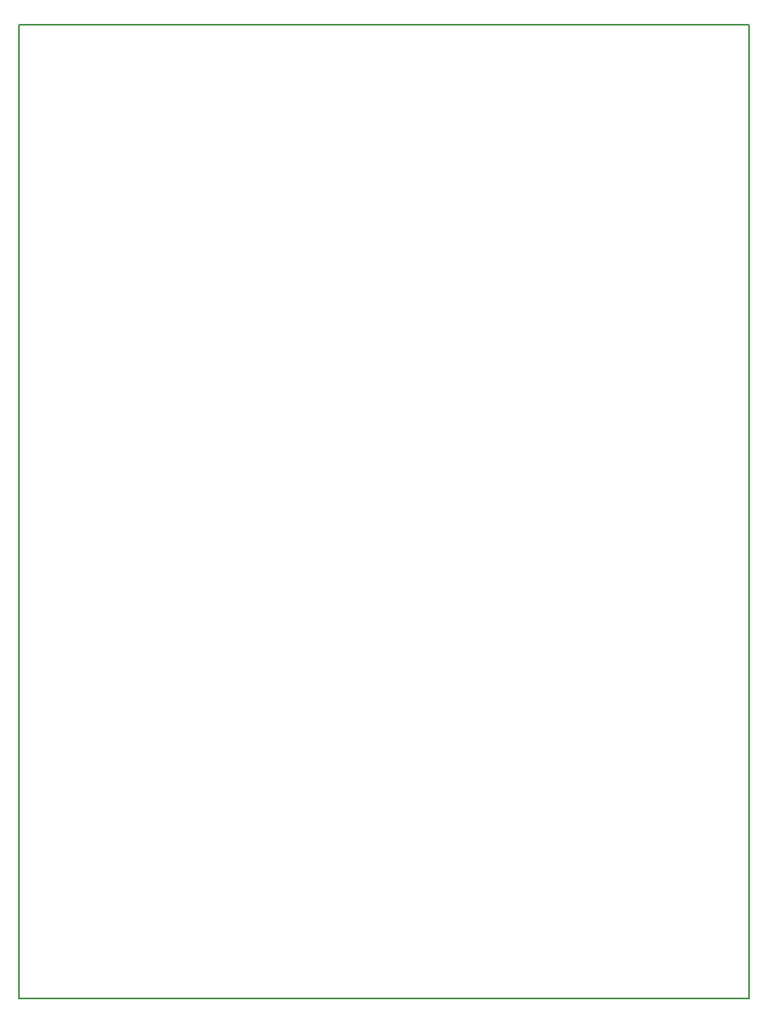
<source format=gbr>
G04 PROTEUS GERBER X2 FILE*
%TF.GenerationSoftware,Labcenter,Proteus,8.7-SP3-Build25561*%
%TF.CreationDate,2018-12-01T16:26:02+00:00*%
%TF.FileFunction,NonPlated,0,2,NPTH*%
%TF.FilePolarity,Positive*%
%TF.Part,Single*%
%TF.SameCoordinates,{6994f0fc-588b-4978-b2a0-abdd5f5918e5}*%
%FSLAX45Y45*%
%MOMM*%
G01*
%TA.AperFunction,Profile*%
%ADD22C,0.203200*%
%TD.AperFunction*%
D22*
X-3750000Y-5000000D02*
X+3750000Y-5000000D01*
X+3750000Y+5000000D01*
X-3750000Y+5000000D01*
X-3750000Y-5000000D01*
M02*

</source>
